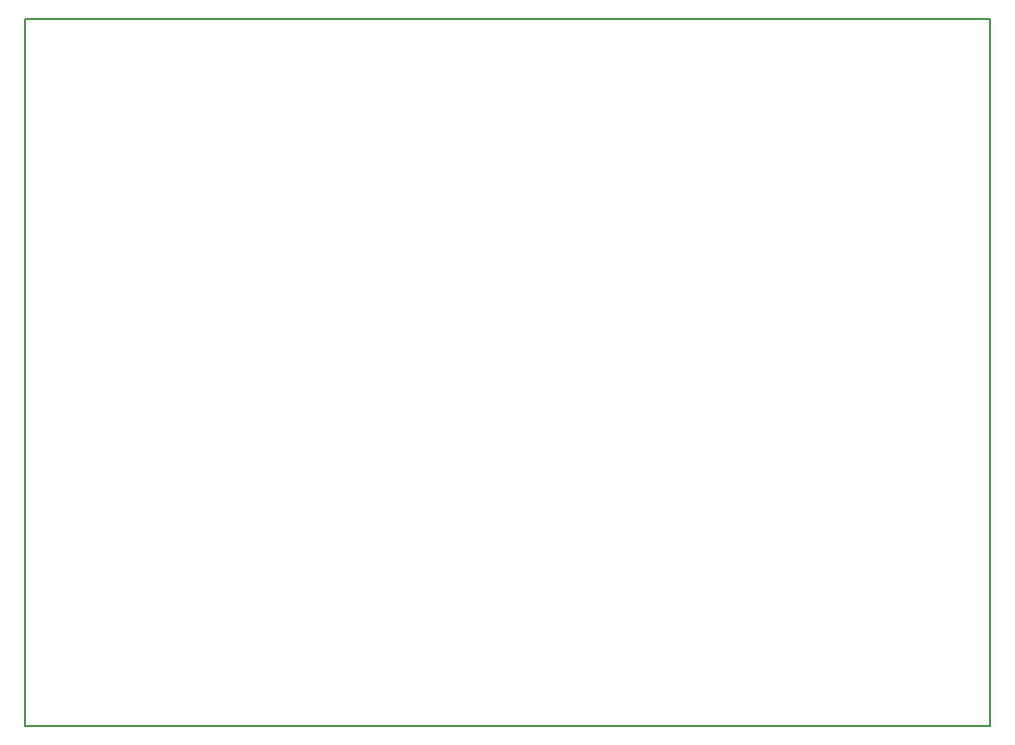
<source format=gm1>
G04 #@! TF.FileFunction,Profile,NP*
%FSLAX46Y46*%
G04 Gerber Fmt 4.6, Leading zero omitted, Abs format (unit mm)*
G04 Created by KiCad (PCBNEW 4.0.4+e1-6308~48~ubuntu16.04.1-stable) date Thu Jan  5 19:53:31 2017*
%MOMM*%
%LPD*%
G01*
G04 APERTURE LIST*
%ADD10C,0.100000*%
%ADD11C,0.150000*%
G04 APERTURE END LIST*
D10*
D11*
X176700000Y-106000000D02*
X176700000Y-46075000D01*
X94975000Y-106000000D02*
X176700000Y-106000000D01*
X95000000Y-46075000D02*
X94975000Y-106000000D01*
X95000000Y-46075000D02*
X176700000Y-46075000D01*
M02*

</source>
